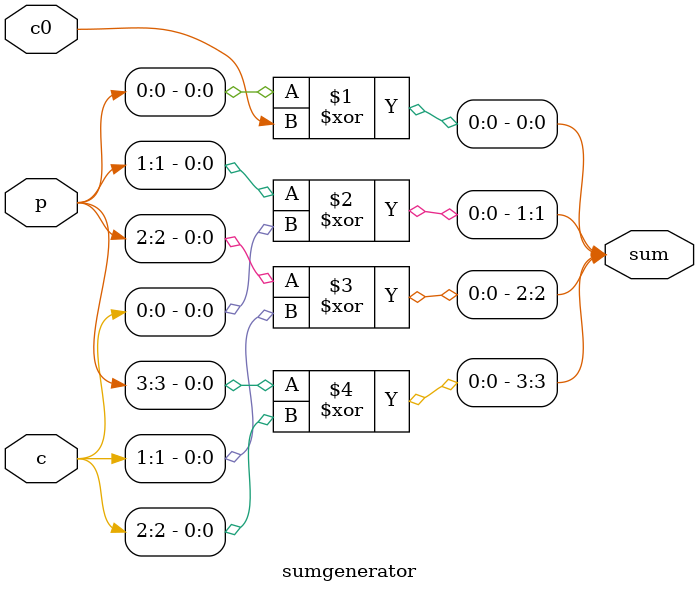
<source format=v>
module sumgenerator (sum, c0, c, p);

    //Output ports
    output [3:0] sum;

    //Input ports
    input c0;
    input [3:0] p;
    input [2:0] c;

    //Structural
    xor (sum[0], p[0], c0);
    xor (sum[1], p[1], c[0]);
    xor (sum[2], p[2], c[1]);
    xor (sum[3], p[3], c[2]);
endmodule


</source>
